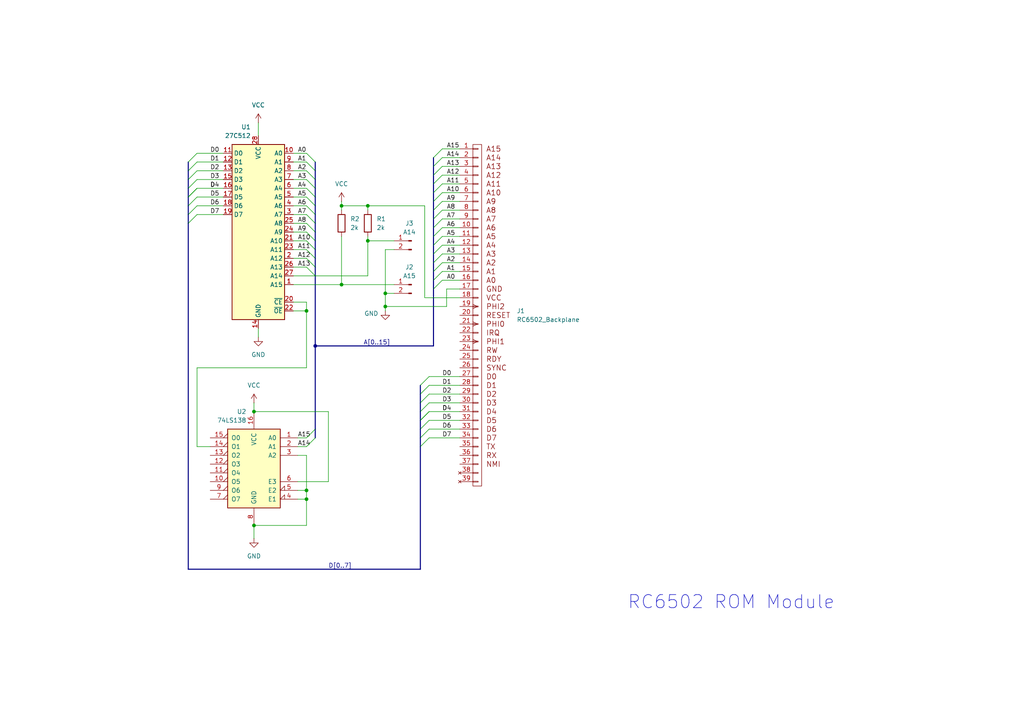
<source format=kicad_sch>
(kicad_sch (version 20231120) (generator "eeschema") (generator_version "8.0")
  (paper "A4")
  (lib_symbols
    (symbol "74xx:74LS138" (pin_names (offset 1.016))
      (property "Reference" "U" (at -7.62 11.43 0))
      (property "Value" "74LS138" (at -7.62 -13.97 0))
      (symbol "74LS138_1_0"
        (pin input line (at -12.7 7.62 0) (length 5.08) (name "A0") (number "1"))
        (pin output output_low (at 12.7 -5.08 180) (length 5.08) (name "O5") (number "10"))
        (pin output output_low (at 12.7 -2.54 180) (length 5.08) (name "O4") (number "11"))
        (pin output output_low (at 12.7 0 180) (length 5.08) (name "O3") (number "12"))
        (pin output output_low (at 12.7 2.54 180) (length 5.08) (name "O2") (number "13"))
        (pin output output_low (at 12.7 5.08 180) (length 5.08) (name "O1") (number "14"))
        (pin output output_low (at 12.7 7.62 180) (length 5.08) (name "O0") (number "15"))
        (pin power_in line (at 0 15.24 270) (length 5.08) (name "VCC") (number "16"))
        (pin input line (at -12.7 5.08 0) (length 5.08) (name "A1") (number "2"))
        (pin input line (at -12.7 2.54 0) (length 5.08) (name "A2") (number "3"))
        (pin input input_low (at -12.7 -10.16 0) (length 5.08) (name "E1") (number "4"))
        (pin input input_low (at -12.7 -7.62 0) (length 5.08) (name "E2") (number "5"))
        (pin input line (at -12.7 -5.08 0) (length 5.08) (name "E3") (number "6"))
        (pin output output_low (at 12.7 -10.16 180) (length 5.08) (name "O7") (number "7"))
        (pin power_in line (at 0 -17.78 90) (length 5.08) (name "GND") (number "8"))
        (pin output output_low (at 12.7 -7.62 180) (length 5.08) (name "O6") (number "9"))
      )
      (symbol "74LS138_1_1"
        (rectangle (start -7.62 10.16) (end 7.62 -12.7) (stroke (width 0.254)) (fill (type background)))
      )
    )
    (symbol "Connector:Conn_01x02_Pin" (pin_names (offset 1.016) hide)
      (property "Reference" "J" (at 0 2.54 0))
      (property "Value" "Conn_01x02_Pin" (at 0 -5.08 0))
      (symbol "Conn_01x02_Pin_1_1"
        (polyline (pts (xy 1.27 -2.54) (xy 0.8636 -2.54)) (stroke (width 0.1524)))
        (polyline (pts (xy 1.27 0) (xy 0.8636 0)) (stroke (width 0.1524)))
        (rectangle (start 0.8636 -2.413) (end 0 -2.667) (stroke (width 0.1524)) (fill (type outline)))
        (rectangle (start 0.8636 0.127) (end 0 -0.127) (stroke (width 0.1524)) (fill (type outline)))
        (pin passive line (at 5.08 0 180) (length 3.81) (name "Pin_1") (number "1"))
        (pin passive line (at 5.08 -2.54 180) (length 3.81) (name "Pin_2") (number "2"))
      )
    )
    (symbol "Device:R" (pin_numbers hide) (pin_names (offset 0))
      (property "Reference" "R" (at 2.032 0 90))
      (property "Value" "R" (at 0 0 90))
      (symbol "R_0_1"
        (rectangle (start -1.016 -2.54) (end 1.016 2.54) (stroke (width 0.254)))
      )
      (symbol "R_1_1"
        (pin passive line (at 0 3.81 270) (length 1.27) (name "~") (number "1"))
        (pin passive line (at 0 -3.81 90) (length 1.27) (name "~") (number "2"))
      )
    )
    (symbol "Memory_EPROM:27C512"
      (property "Reference" "U" (at -7.62 26.67 0))
      (property "Value" "27C512" (at 2.54 -26.67 0))
      (symbol "27C512_1_1"
        (rectangle (start -7.62 25.4) (end 7.62 -25.4) (stroke (width 0.254)) (fill (type background)))
        (pin input line (at -10.16 -15.24 0) (length 2.54) (name "A15") (number "1"))
        (pin input line (at -10.16 22.86 0) (length 2.54) (name "A0") (number "10"))
        (pin tri_state line (at 10.16 22.86 180) (length 2.54) (name "D0") (number "11"))
        (pin tri_state line (at 10.16 20.32 180) (length 2.54) (name "D1") (number "12"))
        (pin tri_state line (at 10.16 17.78 180) (length 2.54) (name "D2") (number "13"))
        (pin power_in line (at 0 -27.94 90) (length 2.54) (name "GND") (number "14"))
        (pin tri_state line (at 10.16 15.24 180) (length 2.54) (name "D3") (number "15"))
        (pin tri_state line (at 10.16 12.7 180) (length 2.54) (name "D4") (number "16"))
        (pin tri_state line (at 10.16 10.16 180) (length 2.54) (name "D5") (number "17"))
        (pin tri_state line (at 10.16 7.62 180) (length 2.54) (name "D6") (number "18"))
        (pin tri_state line (at 10.16 5.08 180) (length 2.54) (name "D7") (number "19"))
        (pin input line (at -10.16 -7.62 0) (length 2.54) (name "A12") (number "2"))
        (pin input line (at -10.16 -20.32 0) (length 2.54) (name "~{CE}") (number "20"))
        (pin input line (at -10.16 -2.54 0) (length 2.54) (name "A10") (number "21"))
        (pin input line (at -10.16 -22.86 0) (length 2.54) (name "~{OE}") (number "22"))
        (pin input line (at -10.16 -5.08 0) (length 2.54) (name "A11") (number "23"))
        (pin input line (at -10.16 0 0) (length 2.54) (name "A9") (number "24"))
        (pin input line (at -10.16 2.54 0) (length 2.54) (name "A8") (number "25"))
        (pin input line (at -10.16 -10.16 0) (length 2.54) (name "A13") (number "26"))
        (pin input line (at -10.16 -12.7 0) (length 2.54) (name "A14") (number "27"))
        (pin power_in line (at 0 27.94 270) (length 2.54) (name "VCC") (number "28"))
        (pin input line (at -10.16 5.08 0) (length 2.54) (name "A7") (number "3"))
        (pin input line (at -10.16 7.62 0) (length 2.54) (name "A6") (number "4"))
        (pin input line (at -10.16 10.16 0) (length 2.54) (name "A5") (number "5"))
        (pin input line (at -10.16 12.7 0) (length 2.54) (name "A4") (number "6"))
        (pin input line (at -10.16 15.24 0) (length 2.54) (name "A3") (number "7"))
        (pin input line (at -10.16 17.78 0) (length 2.54) (name "A2") (number "8"))
        (pin input line (at -10.16 20.32 0) (length 2.54) (name "A1") (number "9"))
      )
    )
    (symbol "power:GND" (power) (pin_numbers hide) (pin_names (offset 0) hide)
      (property "Value" "GND" (at 0 -3.81 0))
      (symbol "GND_0_1"
        (polyline (pts (xy 0 0) (xy 0 -1.27) (xy 1.27 -1.27) (xy 0 -2.54) (xy -1.27 -1.27) (xy 0 -1.27)))
      )
      (symbol "GND_1_1"
        (pin power_in line (at 0 0 270) (length 0) (name "~") (number "1"))
      )
    )
    (symbol "power:VCC" (power) (pin_numbers hide) (pin_names (offset 0) hide)
      (property "Value" "VCC" (at 0 3.556 0))
      (symbol "VCC_0_1"
        (polyline (pts (xy -0.762 1.27) (xy 0 2.54)))
        (polyline (pts (xy 0 0) (xy 0 2.54)))
        (polyline (pts (xy 0 2.54) (xy 0.762 1.27)))
      )
      (symbol "VCC_1_1"
        (pin power_in line (at 0 0 90) (length 0) (name "~") (number "1"))
      )
    )
    (symbol "rc6502_backplane:RC6502_Backplane" (pin_names (offset 1.016) hide)
      (property "Reference" "J" (at 0 50.8 0))
      (property "Value" "RC6502_Backplane" (at 11.43 -1.27 90))
      (symbol "RC6502_Backplane_0_0"
        (text "A0" (at 2.54 10.16 0) (effects (font (size 1.524 1.524)) (justify left)))
        (text "A1" (at 2.54 12.7 0) (effects (font (size 1.524 1.524)) (justify left)))
        (text "A10" (at 2.54 35.56 0) (effects (font (size 1.524 1.524)) (justify left)))
        (text "A11" (at 2.54 38.1 0) (effects (font (size 1.524 1.524)) (justify left)))
        (text "A12" (at 2.54 40.64 0) (effects (font (size 1.524 1.524)) (justify left)))
        (text "A13" (at 2.54 43.18 0) (effects (font (size 1.524 1.524)) (justify left)))
        (text "A14" (at 2.54 45.72 0) (effects (font (size 1.524 1.524)) (justify left)))
        (text "A15" (at 2.54 48.26 0) (effects (font (size 1.524 1.524)) (justify left)))
        (text "A2" (at 2.54 15.24 0) (effects (font (size 1.524 1.524)) (justify left)))
        (text "A3" (at 2.54 17.78 0) (effects (font (size 1.524 1.524)) (justify left)))
        (text "A4" (at 2.54 20.32 0) (effects (font (size 1.524 1.524)) (justify left)))
        (text "A5" (at 2.54 22.86 0) (effects (font (size 1.524 1.524)) (justify left)))
        (text "A6" (at 2.54 25.4 0) (effects (font (size 1.524 1.524)) (justify left)))
        (text "A7" (at 2.54 27.94 0) (effects (font (size 1.524 1.524)) (justify left)))
        (text "A8" (at 2.54 30.48 0) (effects (font (size 1.524 1.524)) (justify left)))
        (text "A9" (at 2.54 33.02 0) (effects (font (size 1.524 1.524)) (justify left)))
        (text "D0" (at 2.54 -17.78 0) (effects (font (size 1.524 1.524)) (justify left)))
        (text "D1" (at 2.54 -20.32 0) (effects (font (size 1.524 1.524)) (justify left)))
        (text "D2" (at 2.54 -22.86 0) (effects (font (size 1.524 1.524)) (justify left)))
        (text "D3" (at 2.54 -25.4 0) (effects (font (size 1.524 1.524)) (justify left)))
        (text "D4" (at 2.54 -27.94 0) (effects (font (size 1.524 1.524)) (justify left)))
        (text "D5" (at 2.54 -30.48 0) (effects (font (size 1.524 1.524)) (justify left)))
        (text "D6" (at 2.54 -33.02 0) (effects (font (size 1.524 1.524)) (justify left)))
        (text "D7" (at 2.54 -35.56 0) (effects (font (size 1.524 1.524)) (justify left)))
        (text "GND" (at 2.54 7.62 0) (effects (font (size 1.524 1.524)) (justify left)))
        (text "IRQ" (at 2.54 -5.08 0) (effects (font (size 1.524 1.524)) (justify left)))
        (text "NMI" (at 2.54 -43.18 0) (effects (font (size 1.524 1.524)) (justify left)))
        (text "PHI0" (at 2.54 -2.54 0) (effects (font (size 1.524 1.524)) (justify left)))
        (text "PHI1" (at 2.54 -7.62 0) (effects (font (size 1.524 1.524)) (justify left)))
        (text "PHI2" (at 2.54 2.54 0) (effects (font (size 1.524 1.524)) (justify left)))
        (text "RDY" (at 2.54 -12.7 0) (effects (font (size 1.524 1.524)) (justify left)))
        (text "RESET" (at 2.54 0 0) (effects (font (size 1.524 1.524)) (justify left)))
        (text "RW" (at 2.54 -10.16 0) (effects (font (size 1.524 1.524)) (justify left)))
        (text "RX" (at 2.54 -40.64 0) (effects (font (size 1.524 1.524)) (justify left)))
        (text "SYNC" (at 2.54 -15.24 0) (effects (font (size 1.524 1.524)) (justify left)))
        (text "TX" (at 2.54 -38.1 0) (effects (font (size 1.524 1.524)) (justify left)))
        (text "VCC" (at 2.54 5.08 0) (effects (font (size 1.524 1.524)) (justify left)))
      )
      (symbol "RC6502_Backplane_0_1"
        (rectangle (start -1.27 -49.53) (end 1.27 49.53))
        (rectangle (start -1.27 -48.133) (end 0.254 -48.387))
        (rectangle (start -1.27 -45.593) (end 0.254 -45.847))
        (rectangle (start -1.27 -43.053) (end 0.254 -43.307))
        (rectangle (start -1.27 -40.513) (end 0.254 -40.767))
        (rectangle (start -1.27 -37.973) (end 0.254 -38.227))
        (rectangle (start -1.27 -35.433) (end 0.254 -35.687))
        (rectangle (start -1.27 -32.893) (end 0.254 -33.147))
        (rectangle (start -1.27 -30.353) (end 0.254 -30.607))
        (rectangle (start -1.27 -27.813) (end 0.254 -28.067))
        (rectangle (start -1.27 -25.273) (end 0.254 -25.527))
        (rectangle (start -1.27 -22.733) (end 0.254 -22.987))
        (rectangle (start -1.27 -20.193) (end 0.254 -20.447))
        (rectangle (start -1.27 -17.653) (end 0.254 -17.907))
        (rectangle (start -1.27 -15.113) (end 0.254 -15.367))
        (rectangle (start -1.27 -12.573) (end 0.254 -12.827))
        (rectangle (start -1.27 -10.033) (end 0.254 -10.287))
        (rectangle (start -1.27 -7.493) (end 0.254 -7.747))
        (rectangle (start -1.27 -4.953) (end 0.254 -5.207))
        (rectangle (start -1.27 -2.413) (end 0.254 -2.667))
        (rectangle (start -1.27 0.127) (end 0.254 -0.127))
        (rectangle (start -1.27 2.667) (end 0.254 2.413))
        (rectangle (start -1.27 5.207) (end 0.254 4.953))
        (rectangle (start -1.27 7.747) (end 0.254 7.493))
        (rectangle (start -1.27 10.287) (end 0.254 10.033))
        (rectangle (start -1.27 12.827) (end 0.254 12.573))
        (rectangle (start -1.27 15.367) (end 0.254 15.113))
        (rectangle (start -1.27 17.907) (end 0.254 17.653))
        (rectangle (start -1.27 20.447) (end 0.254 20.193))
        (rectangle (start -1.27 22.987) (end 0.254 22.733))
        (rectangle (start -1.27 25.527) (end 0.254 25.273))
        (rectangle (start -1.27 28.067) (end 0.254 27.813))
        (rectangle (start -1.27 30.607) (end 0.254 30.353))
        (rectangle (start -1.27 33.147) (end 0.254 32.893))
        (rectangle (start -1.27 35.687) (end 0.254 35.433))
        (rectangle (start -1.27 38.227) (end 0.254 37.973))
        (rectangle (start -1.27 40.767) (end 0.254 40.513))
        (rectangle (start -1.27 43.307) (end 0.254 43.053))
        (rectangle (start -1.27 45.847) (end 0.254 45.593))
        (rectangle (start -1.27 48.387) (end 0.254 48.133))
      )
      (symbol "RC6502_Backplane_1_1"
        (pin bidirectional line (at -5.08 48.26 0) (length 3.81) (name "A15") (number "1"))
        (pin bidirectional line (at -5.08 25.4 0) (length 3.81) (name "A6") (number "10"))
        (pin bidirectional line (at -5.08 22.86 0) (length 3.81) (name "A5") (number "11"))
        (pin bidirectional line (at -5.08 20.32 0) (length 3.81) (name "A4") (number "12"))
        (pin bidirectional line (at -5.08 17.78 0) (length 3.81) (name "A3") (number "13"))
        (pin bidirectional line (at -5.08 15.24 0) (length 3.81) (name "A2") (number "14"))
        (pin bidirectional line (at -5.08 12.7 0) (length 3.81) (name "A1") (number "15"))
        (pin bidirectional line (at -5.08 10.16 0) (length 3.81) (name "A0") (number "16"))
        (pin power_out line (at -5.08 7.62 0) (length 3.81) (name "P17") (number "17"))
        (pin power_out line (at -5.08 5.08 0) (length 3.81) (name "P18") (number "18"))
        (pin bidirectional clock (at -5.08 2.54 0) (length 3.81) (name "PHI2") (number "19"))
        (pin bidirectional line (at -5.08 45.72 0) (length 3.81) (name "A14") (number "2"))
        (pin bidirectional line (at -5.08 0 0) (length 3.81) (name "RESET") (number "20"))
        (pin bidirectional clock (at -5.08 -2.54 0) (length 3.81) (name "PHI0") (number "21"))
        (pin bidirectional line (at -5.08 -5.08 0) (length 3.81) (name "IRQ") (number "22"))
        (pin bidirectional clock (at -5.08 -7.62 0) (length 3.81) (name "PHI1") (number "23"))
        (pin bidirectional line (at -5.08 -10.16 0) (length 3.81) (name "RW") (number "24"))
        (pin bidirectional line (at -5.08 -12.7 0) (length 3.81) (name "READY") (number "25"))
        (pin bidirectional line (at -5.08 -15.24 0) (length 3.81) (name "SYNC") (number "26"))
        (pin bidirectional line (at -5.08 -17.78 0) (length 3.81) (name "D0") (number "27"))
        (pin bidirectional line (at -5.08 -20.32 0) (length 3.81) (name "D1") (number "28"))
        (pin bidirectional line (at -5.08 -22.86 0) (length 3.81) (name "D2") (number "29"))
        (pin bidirectional line (at -5.08 43.18 0) (length 3.81) (name "A13") (number "3"))
        (pin bidirectional line (at -5.08 -25.4 0) (length 3.81) (name "D3") (number "30"))
        (pin bidirectional line (at -5.08 -27.94 0) (length 3.81) (name "D4") (number "31"))
        (pin bidirectional line (at -5.08 -30.48 0) (length 3.81) (name "D5") (number "32"))
        (pin bidirectional line (at -5.08 -33.02 0) (length 3.81) (name "D6") (number "33"))
        (pin bidirectional line (at -5.08 -35.56 0) (length 3.81) (name "D7") (number "34"))
        (pin bidirectional line (at -5.08 -38.1 0) (length 3.81) (name "TX") (number "35"))
        (pin bidirectional line (at -5.08 -40.64 0) (length 3.81) (name "RX") (number "36"))
        (pin bidirectional line (at -5.08 -43.18 0) (length 3.81) (name "NMI") (number "37"))
        (pin no_connect line (at -5.08 -45.72 0) (length 3.81) (name "P38") (number "38"))
        (pin no_connect line (at -5.08 -48.26 0) (length 3.81) (name "P39") (number "39"))
        (pin bidirectional line (at -5.08 40.64 0) (length 3.81) (name "A12") (number "4"))
        (pin bidirectional line (at -5.08 38.1 0) (length 3.81) (name "A11") (number "5"))
        (pin bidirectional line (at -5.08 35.56 0) (length 3.81) (name "A10") (number "6"))
        (pin bidirectional line (at -5.08 33.02 0) (length 3.81) (name "A9") (number "7"))
        (pin bidirectional line (at -5.08 30.48 0) (length 3.81) (name "A8") (number "8"))
        (pin bidirectional line (at -5.08 27.94 0) (length 3.81) (name "A7") (number "9"))
      )
    )
  )
  (junction (at 99.06 82.55))
  (junction (at 99.06 59.69))
  (junction (at 88.9 144.78))
  (junction (at 73.66 119.38))
  (junction (at 111.76 85.09))
  (junction (at 111.76 88.9))
  (junction (at 88.9 90.17))
  (junction (at 73.66 152.4))
  (junction (at 88.9 142.24))
  (junction (at 106.68 69.85))
  (junction (at 106.68 59.69))
  (junction (at 91.44 100.33))
  (bus_entry (at 121.92 111.76) (size 2.54 -2.54))
  (bus_entry (at 54.61 59.69) (size 2.54 -2.54))
  (bus_entry (at 121.92 124.46) (size 2.54 -2.54))
  (bus_entry (at 91.44 64.77) (size -2.54 -2.54))
  (bus_entry (at 91.44 80.01) (size -2.54 -2.54))
  (bus_entry (at 54.61 54.61) (size 2.54 -2.54))
  (bus_entry (at 91.44 49.53) (size -2.54 -2.54))
  (bus_entry (at 125.73 48.26) (size 2.54 -2.54))
  (bus_entry (at 91.44 77.47) (size -2.54 -2.54))
  (bus_entry (at 54.61 64.77) (size 2.54 -2.54))
  (bus_entry (at 54.61 46.99) (size 2.54 -2.54))
  (bus_entry (at 54.61 57.15) (size 2.54 -2.54))
  (bus_entry (at 125.73 53.34) (size 2.54 -2.54))
  (bus_entry (at 91.44 127) (size -2.54 2.54))
  (bus_entry (at 125.73 73.66) (size 2.54 -2.54))
  (bus_entry (at 121.92 114.3) (size 2.54 -2.54))
  (bus_entry (at 125.73 68.58) (size 2.54 -2.54))
  (bus_entry (at 121.92 119.38) (size 2.54 -2.54))
  (bus_entry (at 121.92 116.84) (size 2.54 -2.54))
  (bus_entry (at 121.92 129.54) (size 2.54 -2.54))
  (bus_entry (at 54.61 57.15) (size 2.54 -2.54))
  (bus_entry (at 125.73 78.74) (size 2.54 -2.54))
  (bus_entry (at 125.73 83.82) (size 2.54 -2.54))
  (bus_entry (at 91.44 74.93) (size -2.54 -2.54))
  (bus_entry (at 125.73 60.96) (size 2.54 -2.54))
  (bus_entry (at 91.44 69.85) (size -2.54 -2.54))
  (bus_entry (at 121.92 121.92) (size 2.54 -2.54))
  (bus_entry (at 91.44 54.61) (size -2.54 -2.54))
  (bus_entry (at 125.73 58.42) (size 2.54 -2.54))
  (bus_entry (at 125.73 50.8) (size 2.54 -2.54))
  (bus_entry (at 121.92 121.92) (size 2.54 -2.54))
  (bus_entry (at 125.73 45.72) (size 2.54 -2.54))
  (bus_entry (at 125.73 81.28) (size 2.54 -2.54))
  (bus_entry (at 125.73 55.88) (size 2.54 -2.54))
  (bus_entry (at 125.73 71.12) (size 2.54 -2.54))
  (bus_entry (at 91.44 124.46) (size -2.54 2.54))
  (bus_entry (at 91.44 52.07) (size -2.54 -2.54))
  (bus_entry (at 91.44 57.15) (size -2.54 -2.54))
  (bus_entry (at 54.61 62.23) (size 2.54 -2.54))
  (bus_entry (at 91.44 72.39) (size -2.54 -2.54))
  (bus_entry (at 125.73 76.2) (size 2.54 -2.54))
  (bus_entry (at 121.92 127) (size 2.54 -2.54))
  (bus_entry (at 125.73 63.5) (size 2.54 -2.54))
  (bus_entry (at 91.44 46.99) (size -2.54 -2.54))
  (bus_entry (at 91.44 62.23) (size -2.54 -2.54))
  (bus_entry (at 91.44 67.31) (size -2.54 -2.54))
  (bus_entry (at 91.44 59.69) (size -2.54 -2.54))
  (bus_entry (at 125.73 66.04) (size 2.54 -2.54))
  (bus_entry (at 54.61 52.07) (size 2.54 -2.54))
  (bus_entry (at 54.61 49.53) (size 2.54 -2.54))
  (wire (pts (xy 85.09 74.93) (xy 88.9 74.93)))
  (bus (pts (xy 91.44 72.39) (xy 91.44 74.93)))
  (bus (pts (xy 91.44 57.15) (xy 91.44 59.69)))
  (bus (pts (xy 125.73 73.66) (xy 125.73 76.2)))
  (bus (pts (xy 121.92 121.92) (xy 121.92 124.46)))
  (bus (pts (xy 54.61 59.69) (xy 54.61 62.23)))
  (wire (pts (xy 124.46 119.38) (xy 133.35 119.38)))
  (bus (pts (xy 54.61 46.99) (xy 54.61 49.53)))
  (wire (pts (xy 95.25 139.7) (xy 95.25 119.38)))
  (wire (pts (xy 85.09 57.15) (xy 88.9 57.15)))
  (wire (pts (xy 57.15 54.61) (xy 64.77 54.61)))
  (wire (pts (xy 73.66 116.84) (xy 73.66 119.38)))
  (bus (pts (xy 121.92 114.3) (xy 121.92 116.84)))
  (wire (pts (xy 57.15 57.15) (xy 64.77 57.15)))
  (wire (pts (xy 88.9 144.78) (xy 88.9 152.4)))
  (wire (pts (xy 57.15 129.54) (xy 60.96 129.54)))
  (bus (pts (xy 125.73 66.04) (xy 125.73 68.58)))
  (wire (pts (xy 128.27 73.66) (xy 133.35 73.66)))
  (bus (pts (xy 121.92 127) (xy 121.92 129.54)))
  (wire (pts (xy 128.27 68.58) (xy 133.35 68.58)))
  (bus (pts (xy 125.73 76.2) (xy 125.73 78.74)))
  (wire (pts (xy 88.9 106.68) (xy 88.9 90.17)))
  (wire (pts (xy 106.68 69.85) (xy 114.3 69.85)))
  (bus (pts (xy 54.61 62.23) (xy 54.61 64.77)))
  (wire (pts (xy 85.09 62.23) (xy 88.9 62.23)))
  (wire (pts (xy 128.27 60.96) (xy 133.35 60.96)))
  (bus (pts (xy 121.92 129.54) (xy 121.92 165.1)))
  (wire (pts (xy 86.36 144.78) (xy 88.9 144.78)))
  (bus (pts (xy 121.92 116.84) (xy 121.92 119.38)))
  (wire (pts (xy 106.68 59.69) (xy 99.06 59.69)))
  (wire (pts (xy 106.68 68.58) (xy 106.68 69.85)))
  (wire (pts (xy 74.93 95.25) (xy 74.93 97.79)))
  (bus (pts (xy 121.92 119.38) (xy 121.92 121.92)))
  (wire (pts (xy 128.27 50.8) (xy 133.35 50.8)))
  (wire (pts (xy 114.3 72.39) (xy 111.76 72.39)))
  (bus (pts (xy 125.73 81.28) (xy 125.73 83.82)))
  (bus (pts (xy 125.73 83.82) (xy 125.73 100.33)))
  (wire (pts (xy 128.27 78.74) (xy 133.35 78.74)))
  (bus (pts (xy 91.44 49.53) (xy 91.44 52.07)))
  (wire (pts (xy 85.09 49.53) (xy 88.9 49.53)))
  (wire (pts (xy 88.9 90.17) (xy 88.9 87.63)))
  (bus (pts (xy 125.73 53.34) (xy 125.73 55.88)))
  (wire (pts (xy 57.15 106.68) (xy 57.15 129.54)))
  (wire (pts (xy 128.27 63.5) (xy 133.35 63.5)))
  (bus (pts (xy 91.44 100.33) (xy 91.44 124.46)))
  (bus (pts (xy 91.44 64.77) (xy 91.44 67.31)))
  (wire (pts (xy 124.46 127) (xy 133.35 127)))
  (wire (pts (xy 85.09 52.07) (xy 88.9 52.07)))
  (bus (pts (xy 91.44 74.93) (xy 91.44 77.47)))
  (bus (pts (xy 125.73 60.96) (xy 125.73 63.5)))
  (wire (pts (xy 124.46 109.22) (xy 133.35 109.22)))
  (wire (pts (xy 85.09 69.85) (xy 88.9 69.85)))
  (bus (pts (xy 54.61 54.61) (xy 54.61 57.15)))
  (bus (pts (xy 125.73 63.5) (xy 125.73 66.04)))
  (wire (pts (xy 74.93 35.56) (xy 74.93 39.37)))
  (bus (pts (xy 91.44 52.07) (xy 91.44 54.61)))
  (wire (pts (xy 88.9 87.63) (xy 85.09 87.63)))
  (bus (pts (xy 125.73 78.74) (xy 125.73 81.28)))
  (wire (pts (xy 128.27 58.42) (xy 133.35 58.42)))
  (wire (pts (xy 85.09 46.99) (xy 88.9 46.99)))
  (wire (pts (xy 99.06 58.42) (xy 99.06 59.69)))
  (wire (pts (xy 111.76 85.09) (xy 114.3 85.09)))
  (bus (pts (xy 125.73 71.12) (xy 125.73 73.66)))
  (wire (pts (xy 57.15 46.99) (xy 64.77 46.99)))
  (wire (pts (xy 111.76 85.09) (xy 111.76 88.9)))
  (wire (pts (xy 99.06 59.69) (xy 99.06 60.96)))
  (wire (pts (xy 85.09 80.01) (xy 91.44 80.01)))
  (wire (pts (xy 85.09 44.45) (xy 88.9 44.45)))
  (wire (pts (xy 124.46 114.3) (xy 133.35 114.3)))
  (wire (pts (xy 85.09 54.61) (xy 88.9 54.61)))
  (wire (pts (xy 57.15 106.68) (xy 88.9 106.68)))
  (wire (pts (xy 86.36 139.7) (xy 95.25 139.7)))
  (bus (pts (xy 54.61 52.07) (xy 54.61 54.61)))
  (wire (pts (xy 73.66 152.4) (xy 73.66 156.21)))
  (bus (pts (xy 91.44 54.61) (xy 91.44 57.15)))
  (wire (pts (xy 128.27 43.18) (xy 133.35 43.18)))
  (wire (pts (xy 86.36 127) (xy 88.9 127)))
  (wire (pts (xy 57.15 49.53) (xy 64.77 49.53)))
  (wire (pts (xy 128.27 48.26) (xy 133.35 48.26)))
  (wire (pts (xy 124.46 121.92) (xy 133.35 121.92)))
  (wire (pts (xy 128.27 55.88) (xy 133.35 55.88)))
  (bus (pts (xy 125.73 68.58) (xy 125.73 71.12)))
  (bus (pts (xy 91.44 67.31) (xy 91.44 69.85)))
  (bus (pts (xy 125.73 48.26) (xy 125.73 50.8)))
  (wire (pts (xy 123.19 86.36) (xy 123.19 59.69)))
  (wire (pts (xy 133.35 86.36) (xy 123.19 86.36)))
  (bus (pts (xy 91.44 59.69) (xy 91.44 62.23)))
  (bus (pts (xy 125.73 50.8) (xy 125.73 53.34)))
  (wire (pts (xy 128.27 45.72) (xy 133.35 45.72)))
  (wire (pts (xy 124.46 116.84) (xy 133.35 116.84)))
  (wire (pts (xy 85.09 82.55) (xy 99.06 82.55)))
  (wire (pts (xy 106.68 59.69) (xy 123.19 59.69)))
  (wire (pts (xy 111.76 88.9) (xy 129.54 88.9)))
  (wire (pts (xy 124.46 124.46) (xy 133.35 124.46)))
  (bus (pts (xy 91.44 100.33) (xy 125.73 100.33)))
  (bus (pts (xy 91.44 77.47) (xy 91.44 80.01)))
  (wire (pts (xy 129.54 83.82) (xy 129.54 88.9)))
  (wire (pts (xy 85.09 67.31) (xy 88.9 67.31)))
  (wire (pts (xy 85.09 90.17) (xy 88.9 90.17)))
  (wire (pts (xy 128.27 76.2) (xy 133.35 76.2)))
  (bus (pts (xy 54.61 49.53) (xy 54.61 52.07)))
  (wire (pts (xy 57.15 52.07) (xy 64.77 52.07)))
  (wire (pts (xy 128.27 71.12) (xy 133.35 71.12)))
  (wire (pts (xy 57.15 44.45) (xy 64.77 44.45)))
  (wire (pts (xy 88.9 152.4) (xy 73.66 152.4)))
  (wire (pts (xy 111.76 72.39) (xy 111.76 85.09)))
  (wire (pts (xy 99.06 82.55) (xy 114.3 82.55)))
  (bus (pts (xy 54.61 57.15) (xy 54.61 59.69)))
  (wire (pts (xy 85.09 77.47) (xy 88.9 77.47)))
  (bus (pts (xy 91.44 69.85) (xy 91.44 72.39)))
  (wire (pts (xy 85.09 72.39) (xy 88.9 72.39)))
  (bus (pts (xy 121.92 165.1) (xy 54.61 165.1)))
  (bus (pts (xy 125.73 45.72) (xy 125.73 48.26)))
  (bus (pts (xy 54.61 64.77) (xy 54.61 165.1)))
  (bus (pts (xy 91.44 46.99) (xy 91.44 49.53)))
  (wire (pts (xy 128.27 53.34) (xy 133.35 53.34)))
  (wire (pts (xy 106.68 60.96) (xy 106.68 59.69)))
  (wire (pts (xy 86.36 142.24) (xy 88.9 142.24)))
  (wire (pts (xy 57.15 62.23) (xy 64.77 62.23)))
  (wire (pts (xy 85.09 59.69) (xy 88.9 59.69)))
  (wire (pts (xy 73.66 119.38) (xy 95.25 119.38)))
  (bus (pts (xy 125.73 58.42) (xy 125.73 60.96)))
  (wire (pts (xy 128.27 66.04) (xy 133.35 66.04)))
  (wire (pts (xy 85.09 64.77) (xy 88.9 64.77)))
  (wire (pts (xy 128.27 81.28) (xy 133.35 81.28)))
  (wire (pts (xy 99.06 68.58) (xy 99.06 82.55)))
  (wire (pts (xy 86.36 129.54) (xy 88.9 129.54)))
  (wire (pts (xy 57.15 59.69) (xy 64.77 59.69)))
  (wire (pts (xy 133.35 83.82) (xy 129.54 83.82)))
  (wire (pts (xy 111.76 88.9) (xy 111.76 90.17)))
  (wire (pts (xy 106.68 69.85) (xy 106.68 80.01)))
  (wire (pts (xy 124.46 111.76) (xy 133.35 111.76)))
  (bus (pts (xy 91.44 80.01) (xy 91.44 100.33)))
  (bus (pts (xy 121.92 111.76) (xy 121.92 114.3)))
  (wire (pts (xy 88.9 142.24) (xy 88.9 144.78)))
  (bus (pts (xy 91.44 124.46) (xy 91.44 127)))
  (wire (pts (xy 91.44 80.01) (xy 106.68 80.01)))
  (bus (pts (xy 91.44 62.23) (xy 91.44 64.77)))
  (bus (pts (xy 121.92 124.46) (xy 121.92 127)))
  (wire (pts (xy 88.9 132.08) (xy 88.9 142.24)))
  (bus (pts (xy 125.73 55.88) (xy 125.73 58.42)))
  (wire (pts (xy 86.36 132.08) (xy 88.9 132.08)))
  (text "RC6502 ROM Module" (at 212.09 174.752 0) (effects (font (size 3.81 3.81))))
  (label "D4" (at 60.96 54.61 0))
  (label "D6" (at 128.27 124.46 0))
  (label "D[0..7]" (at 95.25 165.1 0))
  (label "A14" (at 129.54 45.72 0))
  (label "A[0..15]" (at 105.41 100.33 0))
  (label "D1" (at 60.96 46.99 0))
  (label "D7" (at 128.27 127 0))
  (label "A10" (at 129.54 55.88 0))
  (label "A3" (at 86.36 52.07 0))
  (label "D1" (at 128.27 111.76 0))
  (label "A12" (at 129.54 50.8 0))
  (label "D0" (at 128.27 109.22 0))
  (label "A6" (at 86.36 59.69 0))
  (label "A13" (at 86.36 77.47 0))
  (label "D2" (at 128.27 114.3 0))
  (label "D7" (at 60.96 62.23 0))
  (label "A14" (at 86.36 129.54 0))
  (label "A4" (at 129.54 71.12 0))
  (label "D5" (at 60.96 57.15 0))
  (label "A12" (at 86.36 74.93 0))
  (label "A0" (at 86.36 44.45 0))
  (label "D5" (at 128.27 121.92 0))
  (label "A10" (at 86.36 69.85 0))
  (label "A8" (at 129.54 60.96 0))
  (label "A5" (at 129.54 68.58 0))
  (label "A1" (at 129.54 78.74 0))
  (label "A15" (at 86.36 127 0))
  (label "A1" (at 86.36 46.99 0))
  (label "A15" (at 129.54 43.18 0))
  (label "A7" (at 86.36 62.23 0))
  (label "D3" (at 60.96 52.07 0))
  (label "A8" (at 86.36 64.77 0))
  (label "A2" (at 86.36 49.53 0))
  (label "A2" (at 129.54 76.2 0))
  (label "A9" (at 129.54 58.42 0))
  (label "D" (at 128.27 119.38 0))
  (label "D4" (at 128.27 119.38 0))
  (label "A7" (at 129.54 63.5 0))
  (label "A6" (at 129.54 66.04 0))
  (label "A0" (at 129.54 81.28 0))
  (label "A3" (at 129.54 73.66 0))
  (label "A13" (at 129.54 48.26 0))
  (label "A5" (at 86.36 57.15 0))
  (label "A11" (at 86.36 72.39 0))
  (label "A4" (at 86.36 54.61 0))
  (label "A9" (at 86.36 67.31 0))
  (label "D" (at 60.96 54.61 0))
  (label "D6" (at 60.96 59.69 0))
  (label "D3" (at 128.27 116.84 0))
  (label "D2" (at 60.96 49.53 0))
  (label "D0" (at 60.96 44.45 0))
  (label "A11" (at 129.54 53.34 0))
  (symbol (lib_id "Connector:Conn_01x02_Pin") (at 119.38 69.85 0) (mirror y) (unit 1)
    (property "Reference" "J3" (at 118.745 64.77 0))
    (property "Value" "A14" (at 118.745 67.31 0))
    (property "Footprint" "Connector_PinSocket_2.54mm:PinSocket_1x02_P2.54mm_Vertical" (effects (hide yes)))
    (property "Description" "Generic connector, single row, 01x02, script generated" (effects (hide yes)))
  )
  (symbol (lib_id "Connector:Conn_01x02_Pin") (at 119.38 82.55 0) (mirror y) (unit 1)
    (property "Reference" "J2" (at 118.745 77.47 0))
    (property "Value" "A15" (at 118.745 80.01 0))
    (property "Footprint" "Connector_PinSocket_2.54mm:PinSocket_1x02_P2.54mm_Vertical" (effects (hide yes)))
    (property "Description" "Generic connector, single row, 01x02, script generated" (effects (hide yes)))
  )
  (symbol (lib_id "power:GND") (at 73.66 156.21 0) (unit 1)
    (property "Reference" "#PWR03" (effects (hide yes)))
    (property "Value" "GND" (at 73.66 161.29 0))
    (property "Description" "Power symbol creates a global label with name \"GND\" , ground" (effects (hide yes)))
  )
  (symbol (lib_id "Memory_EPROM:27C512") (at 74.93 67.31 0) (mirror y) (unit 1)
    (property "Reference" "U1" (at 72.7359 36.83 0) (effects (justify left)))
    (property "Value" "27C512" (at 72.7359 39.37 0) (effects (justify left)))
    (property "Footprint" "Package_DIP:DIP-28_W15.24mm" (effects (hide yes)))
    (property "Datasheet" "http://ww1.microchip.com/downloads/en/DeviceDoc/doc0015.pdf" (effects (hide yes)))
    (property "Description" "OTP EPROM 512 KiBit" (effects (hide yes)))
  )
  (symbol (lib_id "power:VCC") (at 73.66 116.84 0) (unit 1)
    (property "Reference" "#PWR04" (effects (hide yes)))
    (property "Value" "VCC" (at 73.66 111.76 0))
    (property "Description" "Power symbol creates a global label with name \"VCC\"" (effects (hide yes)))
  )
  (symbol (lib_id "rc6502_backplane:RC6502_Backplane") (at 138.43 91.44 0) (unit 1)
    (property "Reference" "J1" (at 149.86 90.1699 0) (effects (justify left)))
    (property "Value" "RC6502_Backplane" (at 149.86 92.7099 0) (effects (justify left)))
    (property "Footprint" "Connector_PinHeader_2.54mm:PinHeader_1x39_P2.54mm_Vertical" (effects (hide yes)))
  )
  (symbol (lib_id "power:VCC") (at 74.93 35.56 0) (unit 1)
    (property "Reference" "#PWR02" (effects (hide yes)))
    (property "Value" "VCC" (at 74.93 30.48 0))
    (property "Description" "Power symbol creates a global label with name \"VCC\"" (effects (hide yes)))
  )
  (symbol (lib_id "power:GND") (at 74.93 97.79 0) (unit 1)
    (property "Reference" "#PWR01" (effects (hide yes)))
    (property "Value" "GND" (at 74.93 102.87 0))
    (property "Description" "Power symbol creates a global label with name \"GND\" , ground" (effects (hide yes)))
  )
  (symbol (lib_id "Device:R") (at 106.68 64.77 0) (unit 1)
    (property "Reference" "R1" (at 109.22 63.4999 0) (effects (justify left)))
    (property "Value" "2k" (at 109.22 66.0399 0) (effects (justify left)))
    (property "Footprint" "Resistor_THT:R_Axial_DIN0204_L3.6mm_D1.6mm_P5.08mm_Horizontal" (effects (hide yes)))
    (property "Description" "Resistor" (effects (hide yes)))
  )
  (symbol (lib_id "power:GND") (at 111.76 90.17 0) (unit 1)
    (property "Reference" "#PWR05" (effects (hide yes)))
    (property "Value" "GND" (at 107.696 90.932 0))
    (property "Description" "Power symbol creates a global label with name \"GND\" , ground" (effects (hide yes)))
  )
  (symbol (lib_id "Device:R") (at 99.06 64.77 0) (unit 1)
    (property "Reference" "R2" (at 101.6 63.4999 0) (effects (justify left)))
    (property "Value" "2k" (at 101.6 66.0399 0) (effects (justify left)))
    (property "Footprint" "Resistor_THT:R_Axial_DIN0204_L3.6mm_D1.6mm_P5.08mm_Horizontal" (effects (hide yes)))
    (property "Description" "Resistor" (effects (hide yes)))
  )
  (symbol (lib_id "74xx:74LS138") (at 73.66 134.62 0) (mirror y) (unit 1)
    (property "Reference" "U2" (at 71.4659 119.38 0) (effects (justify left)))
    (property "Value" "74LS138" (at 71.4659 121.92 0) (effects (justify left)))
    (property "Footprint" "Package_DIP:DIP-16_W7.62mm" (effects (hide yes)))
    (property "Datasheet" "http://www.ti.com/lit/gpn/sn74LS138" (effects (hide yes)))
    (property "Description" "Decoder 3 to 8 active low outputs" (effects (hide yes)))
  )
  (symbol (lib_id "power:VCC") (at 99.06 58.42 0) (unit 1)
    (property "Reference" "#PWR06" (effects (hide yes)))
    (property "Value" "VCC" (at 99.06 53.34 0))
    (property "Description" "Power symbol creates a global label with name \"VCC\"" (effects (hide yes)))
  )
)
</source>
